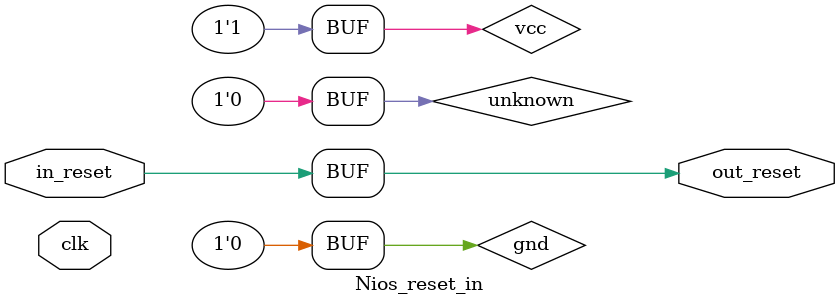
<source format=v>


// DATE "06/06/2019 16:26:06"

// 
// Device: Altera 10AT115S2F45E2SG Package FBGA1932
// 

// 
// This greybox netlist file is for third party Synthesis Tools
// for timing and resource estimation only.
// 


module Nios_reset_in (
	clk,
	out_reset,
	in_reset)/* synthesis synthesis_greybox=0 */;
input 	clk;
output 	out_reset;
input 	in_reset;

wire gnd;
wire vcc;
wire unknown;

assign gnd = 1'b0;
assign vcc = 1'b1;
// unknown value (1'bx) is not needed for this tool. Default to 1'b0
assign unknown = 1'b0;



assign out_reset = in_reset;

endmodule

</source>
